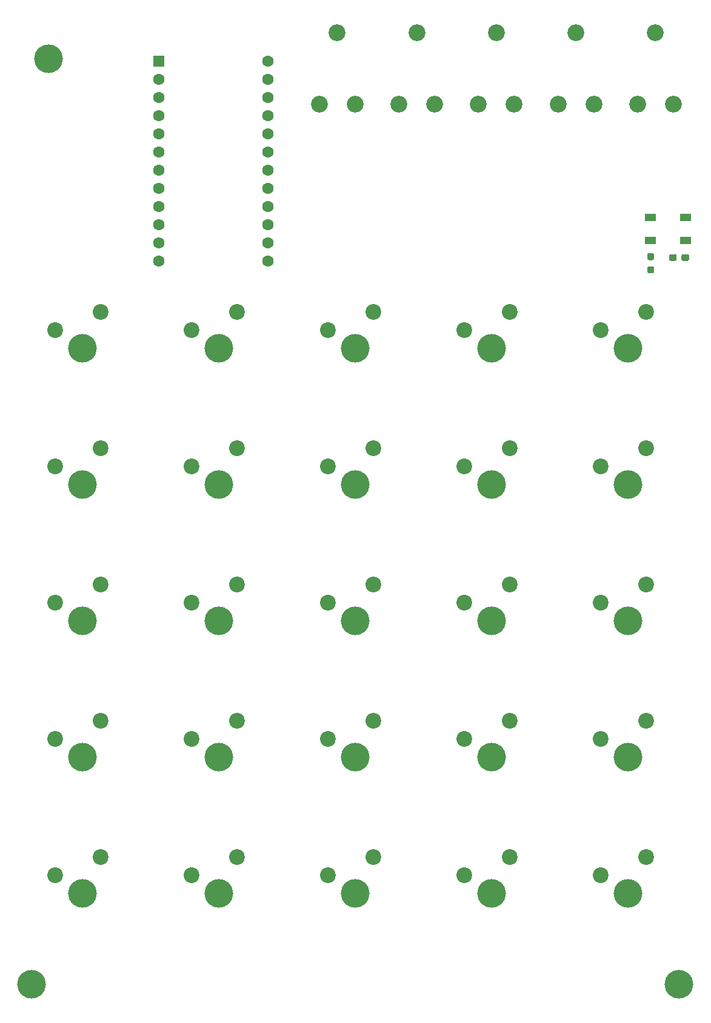
<source format=gbr>
%TF.GenerationSoftware,KiCad,Pcbnew,(5.1.8)-1*%
%TF.CreationDate,2020-11-22T17:19:48-05:00*%
%TF.ProjectId,macro_keyboard_pcb,6d616372-6f5f-46b6-9579-626f6172645f,rev?*%
%TF.SameCoordinates,Original*%
%TF.FileFunction,Soldermask,Top*%
%TF.FilePolarity,Negative*%
%FSLAX46Y46*%
G04 Gerber Fmt 4.6, Leading zero omitted, Abs format (unit mm)*
G04 Created by KiCad (PCBNEW (5.1.8)-1) date 2020-11-22 17:19:48*
%MOMM*%
%LPD*%
G01*
G04 APERTURE LIST*
%ADD10C,4.000000*%
%ADD11R,1.600000X1.600000*%
%ADD12C,1.600000*%
%ADD13C,2.200000*%
%ADD14C,2.340000*%
%ADD15R,1.500000X1.000000*%
G04 APERTURE END LIST*
D10*
%TO.C, *%
X37306250Y-48418750D03*
%TD*%
%TO.C, *%
X125412500Y-177800000D03*
%TD*%
%TO.C, *%
X34925000Y-177800000D03*
%TD*%
D11*
%TO.C,U1*%
X52705000Y-48736250D03*
D12*
X52705000Y-51276250D03*
X52705000Y-53816250D03*
X52705000Y-56356250D03*
X52705000Y-58896250D03*
X52705000Y-61436250D03*
X52705000Y-63976250D03*
X52705000Y-66516250D03*
X52705000Y-69056250D03*
X52705000Y-71596250D03*
X52705000Y-74136250D03*
X52705000Y-76676250D03*
X67945000Y-76676250D03*
X67945000Y-74136250D03*
X67945000Y-71596250D03*
X67945000Y-69056250D03*
X67945000Y-66516250D03*
X67945000Y-63976250D03*
X67945000Y-61436250D03*
X67945000Y-58896250D03*
X67945000Y-56356250D03*
X67945000Y-53816250D03*
X67945000Y-51276250D03*
X67945000Y-48736250D03*
%TD*%
D13*
%TO.C,SW25*%
X120808750Y-160020000D03*
X114458750Y-162560000D03*
D10*
X118268750Y-165100000D03*
%TD*%
D13*
%TO.C,SW24*%
X120808750Y-140970000D03*
X114458750Y-143510000D03*
D10*
X118268750Y-146050000D03*
%TD*%
D13*
%TO.C,SW23*%
X120808750Y-121920000D03*
X114458750Y-124460000D03*
D10*
X118268750Y-127000000D03*
%TD*%
D13*
%TO.C,SW22*%
X120808750Y-102870000D03*
X114458750Y-105410000D03*
D10*
X118268750Y-107950000D03*
%TD*%
D13*
%TO.C,SW21*%
X120808750Y-83820000D03*
X114458750Y-86360000D03*
D10*
X118268750Y-88900000D03*
%TD*%
D13*
%TO.C,SW20*%
X101758750Y-160020000D03*
X95408750Y-162560000D03*
D10*
X99218750Y-165100000D03*
%TD*%
D13*
%TO.C,SW19*%
X101758750Y-140970000D03*
X95408750Y-143510000D03*
D10*
X99218750Y-146050000D03*
%TD*%
D13*
%TO.C,SW18*%
X101758750Y-121920000D03*
X95408750Y-124460000D03*
D10*
X99218750Y-127000000D03*
%TD*%
D13*
%TO.C,SW17*%
X101758750Y-102870000D03*
X95408750Y-105410000D03*
D10*
X99218750Y-107950000D03*
%TD*%
D13*
%TO.C,SW16*%
X101758750Y-83833750D03*
X95408750Y-86373750D03*
D10*
X99218750Y-88913750D03*
%TD*%
D13*
%TO.C,SW15*%
X82708750Y-160020000D03*
X76358750Y-162560000D03*
D10*
X80168750Y-165100000D03*
%TD*%
D13*
%TO.C,SW14*%
X82708750Y-140970000D03*
X76358750Y-143510000D03*
D10*
X80168750Y-146050000D03*
%TD*%
D13*
%TO.C,SW13*%
X82708750Y-121920000D03*
X76358750Y-124460000D03*
D10*
X80168750Y-127000000D03*
%TD*%
D13*
%TO.C,SW12*%
X82708750Y-102870000D03*
X76358750Y-105410000D03*
D10*
X80168750Y-107950000D03*
%TD*%
D13*
%TO.C,SW11*%
X82708750Y-83820000D03*
X76358750Y-86360000D03*
D10*
X80168750Y-88900000D03*
%TD*%
D13*
%TO.C,SW10*%
X63658750Y-160020000D03*
X57308750Y-162560000D03*
D10*
X61118750Y-165100000D03*
%TD*%
D13*
%TO.C,SW9*%
X63658750Y-140970000D03*
X57308750Y-143510000D03*
D10*
X61118750Y-146050000D03*
%TD*%
D13*
%TO.C,SW8*%
X63658750Y-121920000D03*
X57308750Y-124460000D03*
D10*
X61118750Y-127000000D03*
%TD*%
D13*
%TO.C,SW7*%
X63658750Y-102870000D03*
X57308750Y-105410000D03*
D10*
X61118750Y-107950000D03*
%TD*%
D13*
%TO.C,SW6*%
X63658750Y-83820000D03*
X57308750Y-86360000D03*
D10*
X61118750Y-88900000D03*
%TD*%
D13*
%TO.C,SW5*%
X44608750Y-160020000D03*
X38258750Y-162560000D03*
D10*
X42068750Y-165100000D03*
%TD*%
D13*
%TO.C,SW4*%
X44608750Y-140970000D03*
X38258750Y-143510000D03*
D10*
X42068750Y-146050000D03*
%TD*%
D13*
%TO.C,SW3*%
X44608750Y-121920000D03*
X38258750Y-124460000D03*
D10*
X42068750Y-127000000D03*
%TD*%
D13*
%TO.C,SW2*%
X44608750Y-102870000D03*
X38258750Y-105410000D03*
D10*
X42068750Y-107950000D03*
%TD*%
D13*
%TO.C,SW1*%
X44608750Y-83820000D03*
X38258750Y-86360000D03*
D10*
X42068750Y-88900000D03*
%TD*%
D14*
%TO.C,RV5*%
X124618750Y-54768750D03*
X122118750Y-44768750D03*
X119618750Y-54768750D03*
%TD*%
%TO.C,RV4*%
X113506250Y-54768750D03*
X111006250Y-44768750D03*
X108506250Y-54768750D03*
%TD*%
%TO.C,RV3*%
X102393750Y-54768750D03*
X99893750Y-44768750D03*
X97393750Y-54768750D03*
%TD*%
%TO.C,RV2*%
X91281250Y-54768750D03*
X88781250Y-44768750D03*
X86281250Y-54768750D03*
%TD*%
%TO.C,RV1*%
X80168750Y-54768750D03*
X77668750Y-44768750D03*
X75168750Y-54768750D03*
%TD*%
%TO.C,R1*%
G36*
G01*
X121681250Y-76568750D02*
X121206250Y-76568750D01*
G75*
G02*
X120968750Y-76331250I0J237500D01*
G01*
X120968750Y-75831250D01*
G75*
G02*
X121206250Y-75593750I237500J0D01*
G01*
X121681250Y-75593750D01*
G75*
G02*
X121918750Y-75831250I0J-237500D01*
G01*
X121918750Y-76331250D01*
G75*
G02*
X121681250Y-76568750I-237500J0D01*
G01*
G37*
G36*
G01*
X121681250Y-78393750D02*
X121206250Y-78393750D01*
G75*
G02*
X120968750Y-78156250I0J237500D01*
G01*
X120968750Y-77656250D01*
G75*
G02*
X121206250Y-77418750I237500J0D01*
G01*
X121681250Y-77418750D01*
G75*
G02*
X121918750Y-77656250I0J-237500D01*
G01*
X121918750Y-78156250D01*
G75*
G02*
X121681250Y-78393750I-237500J0D01*
G01*
G37*
%TD*%
D15*
%TO.C,D26*%
X126275000Y-73831250D03*
X126275000Y-70631250D03*
X121375000Y-73831250D03*
X121375000Y-70631250D03*
%TD*%
%TO.C,C2*%
G36*
G01*
X125087500Y-75962500D02*
X125087500Y-76437500D01*
G75*
G02*
X124850000Y-76675000I-237500J0D01*
G01*
X124250000Y-76675000D01*
G75*
G02*
X124012500Y-76437500I0J237500D01*
G01*
X124012500Y-75962500D01*
G75*
G02*
X124250000Y-75725000I237500J0D01*
G01*
X124850000Y-75725000D01*
G75*
G02*
X125087500Y-75962500I0J-237500D01*
G01*
G37*
G36*
G01*
X126812500Y-75962500D02*
X126812500Y-76437500D01*
G75*
G02*
X126575000Y-76675000I-237500J0D01*
G01*
X125975000Y-76675000D01*
G75*
G02*
X125737500Y-76437500I0J237500D01*
G01*
X125737500Y-75962500D01*
G75*
G02*
X125975000Y-75725000I237500J0D01*
G01*
X126575000Y-75725000D01*
G75*
G02*
X126812500Y-75962500I0J-237500D01*
G01*
G37*
%TD*%
M02*

</source>
